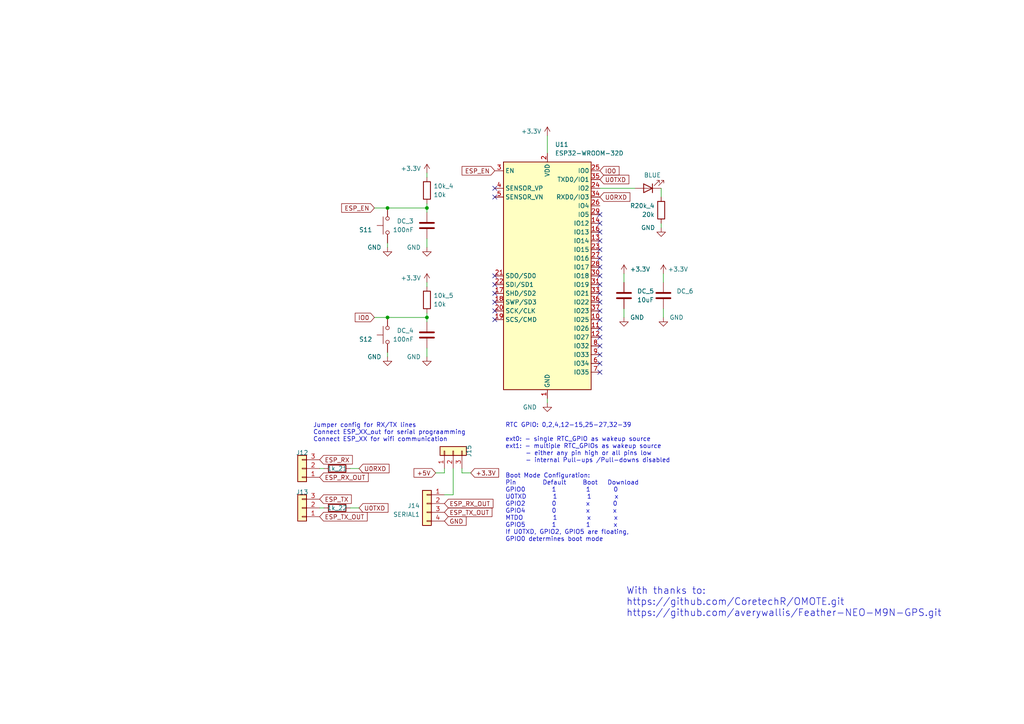
<source format=kicad_sch>
(kicad_sch (version 20231120) (generator "eeschema") (generator_version "8.0")
  (paper "A4")
  (lib_symbols
    (symbol "Connector_Generic:Conn_01x03" (pin_names (offset 1.016) hide)
      (property "Reference" "J" (at 0 5.08 0))
      (property "Value" "Conn_01x03" (at 0 -5.08 0))
      (symbol "Conn_01x03_1_1"
        (rectangle (start -1.27 -2.413) (end 0 -2.667) (stroke (width 0.1524)))
        (rectangle (start -1.27 0.127) (end 0 -0.127) (stroke (width 0.1524)))
        (rectangle (start -1.27 2.667) (end 0 2.413) (stroke (width 0.1524)))
        (rectangle (start -1.27 3.81) (end 1.27 -3.81) (stroke (width 0.254)) (fill (type background)))
        (pin passive line (at -5.08 2.54 0) (length 3.81) (name "Pin_1") (number "1"))
        (pin passive line (at -5.08 0 0) (length 3.81) (name "Pin_2") (number "2"))
        (pin passive line (at -5.08 -2.54 0) (length 3.81) (name "Pin_3") (number "3"))
      )
    )
    (symbol "Connector_Generic:Conn_01x04" (pin_names (offset 1.016) hide)
      (property "Reference" "J" (at 0 5.08 0))
      (property "Value" "Conn_01x04" (at 0 -7.62 0))
      (symbol "Conn_01x04_1_1"
        (rectangle (start -1.27 -4.953) (end 0 -5.207) (stroke (width 0.1524)))
        (rectangle (start -1.27 -2.413) (end 0 -2.667) (stroke (width 0.1524)))
        (rectangle (start -1.27 0.127) (end 0 -0.127) (stroke (width 0.1524)))
        (rectangle (start -1.27 2.667) (end 0 2.413) (stroke (width 0.1524)))
        (rectangle (start -1.27 3.81) (end 1.27 -6.35) (stroke (width 0.254)) (fill (type background)))
        (pin passive line (at -5.08 2.54 0) (length 3.81) (name "Pin_1") (number "1"))
        (pin passive line (at -5.08 0 0) (length 3.81) (name "Pin_2") (number "2"))
        (pin passive line (at -5.08 -2.54 0) (length 3.81) (name "Pin_3") (number "3"))
        (pin passive line (at -5.08 -5.08 0) (length 3.81) (name "Pin_4") (number "4"))
      )
    )
    (symbol "Device:C" (pin_numbers hide) (pin_names (offset 0.254))
      (property "Reference" "C" (at 0.635 2.54 0))
      (property "Value" "C" (at 0.635 -2.54 0))
      (symbol "C_0_1"
        (polyline (pts (xy -2.032 -0.762) (xy 2.032 -0.762)) (stroke (width 0.508)))
        (polyline (pts (xy -2.032 0.762) (xy 2.032 0.762)) (stroke (width 0.508)))
      )
      (symbol "C_1_1"
        (pin passive line (at 0 3.81 270) (length 2.794) (name "~") (number "1"))
        (pin passive line (at 0 -3.81 90) (length 2.794) (name "~") (number "2"))
      )
    )
    (symbol "Device:LED" (pin_numbers hide) (pin_names (offset 1.016) hide)
      (property "Reference" "D" (at 0 2.54 0))
      (property "Value" "LED" (at 0 -2.54 0))
      (symbol "LED_0_1"
        (polyline (pts (xy -1.27 -1.27) (xy -1.27 1.27)) (stroke (width 0.254)))
        (polyline (pts (xy -1.27 0) (xy 1.27 0)))
        (polyline (pts (xy 1.27 -1.27) (xy 1.27 1.27) (xy -1.27 0) (xy 1.27 -1.27)) (stroke (width 0.254)))
        (polyline (pts (xy -3.048 -0.762) (xy -4.572 -2.286) (xy -3.81 -2.286) (xy -4.572 -2.286) (xy -4.572 -1.524)))
        (polyline (pts (xy -1.778 -0.762) (xy -3.302 -2.286) (xy -2.54 -2.286) (xy -3.302 -2.286) (xy -3.302 -1.524)))
      )
      (symbol "LED_1_1"
        (pin passive line (at -3.81 0 0) (length 2.54) (name "K") (number "1"))
        (pin passive line (at 3.81 0 180) (length 2.54) (name "A") (number "2"))
      )
    )
    (symbol "Device:R" (pin_numbers hide) (pin_names (offset 0))
      (property "Reference" "R" (at 2.032 0 90))
      (property "Value" "R" (at 0 0 90))
      (symbol "R_0_1"
        (rectangle (start -1.016 -2.54) (end 1.016 2.54) (stroke (width 0.254)))
      )
      (symbol "R_1_1"
        (pin passive line (at 0 3.81 270) (length 1.27) (name "~") (number "1"))
        (pin passive line (at 0 -3.81 90) (length 1.27) (name "~") (number "2"))
      )
    )
    (symbol "RF_Module:ESP32-WROOM-32D"
      (property "Reference" "U" (at -12.7 34.29 0))
      (property "Value" "ESP32-WROOM-32D" (at 1.27 34.29 0))
      (symbol "ESP32-WROOM-32D_0_1"
        (rectangle (start -12.7 33.02) (end 12.7 -33.02) (stroke (width 0.254)) (fill (type background)))
      )
      (symbol "ESP32-WROOM-32D_1_1"
        (pin power_in line (at 0 -35.56 90) (length 2.54) (name "GND") (number "1"))
        (pin bidirectional line (at 15.24 -12.7 180) (length 2.54) (name "IO25") (number "10"))
        (pin bidirectional line (at 15.24 -15.24 180) (length 2.54) (name "IO26") (number "11"))
        (pin bidirectional line (at 15.24 -17.78 180) (length 2.54) (name "IO27") (number "12"))
        (pin bidirectional line (at 15.24 10.16 180) (length 2.54) (name "IO14") (number "13"))
        (pin bidirectional line (at 15.24 15.24 180) (length 2.54) (name "IO12") (number "14"))
        (pin passive line (at 0 -35.56 90) (length 2.54) hide (name "GND") (number "15"))
        (pin bidirectional line (at 15.24 12.7 180) (length 2.54) (name "IO13") (number "16"))
        (pin bidirectional line (at -15.24 -5.08 0) (length 2.54) (name "SHD/SD2") (number "17"))
        (pin bidirectional line (at -15.24 -7.62 0) (length 2.54) (name "SWP/SD3") (number "18"))
        (pin bidirectional line (at -15.24 -12.7 0) (length 2.54) (name "SCS/CMD") (number "19"))
        (pin power_in line (at 0 35.56 270) (length 2.54) (name "VDD") (number "2"))
        (pin bidirectional line (at -15.24 -10.16 0) (length 2.54) (name "SCK/CLK") (number "20"))
        (pin bidirectional line (at -15.24 0 0) (length 2.54) (name "SDO/SD0") (number "21"))
        (pin bidirectional line (at -15.24 -2.54 0) (length 2.54) (name "SDI/SD1") (number "22"))
        (pin bidirectional line (at 15.24 7.62 180) (length 2.54) (name "IO15") (number "23"))
        (pin bidirectional line (at 15.24 25.4 180) (length 2.54) (name "IO2") (number "24"))
        (pin bidirectional line (at 15.24 30.48 180) (length 2.54) (name "IO0") (number "25"))
        (pin bidirectional line (at 15.24 20.32 180) (length 2.54) (name "IO4") (number "26"))
        (pin bidirectional line (at 15.24 5.08 180) (length 2.54) (name "IO16") (number "27"))
        (pin bidirectional line (at 15.24 2.54 180) (length 2.54) (name "IO17") (number "28"))
        (pin bidirectional line (at 15.24 17.78 180) (length 2.54) (name "IO5") (number "29"))
        (pin input line (at -15.24 30.48 0) (length 2.54) (name "EN") (number "3"))
        (pin bidirectional line (at 15.24 0 180) (length 2.54) (name "IO18") (number "30"))
        (pin bidirectional line (at 15.24 -2.54 180) (length 2.54) (name "IO19") (number "31"))
        (pin no_connect line (at -12.7 -27.94 0) (length 2.54) hide (name "NC") (number "32"))
        (pin bidirectional line (at 15.24 -5.08 180) (length 2.54) (name "IO21") (number "33"))
        (pin bidirectional line (at 15.24 22.86 180) (length 2.54) (name "RXD0/IO3") (number "34"))
        (pin bidirectional line (at 15.24 27.94 180) (length 2.54) (name "TXD0/IO1") (number "35"))
        (pin bidirectional line (at 15.24 -7.62 180) (length 2.54) (name "IO22") (number "36"))
        (pin bidirectional line (at 15.24 -10.16 180) (length 2.54) (name "IO23") (number "37"))
        (pin passive line (at 0 -35.56 90) (length 2.54) hide (name "GND") (number "38"))
        (pin passive line (at 0 -35.56 90) (length 2.54) hide (name "GND") (number "39"))
        (pin input line (at -15.24 25.4 0) (length 2.54) (name "SENSOR_VP") (number "4"))
        (pin input line (at -15.24 22.86 0) (length 2.54) (name "SENSOR_VN") (number "5"))
        (pin input line (at 15.24 -25.4 180) (length 2.54) (name "IO34") (number "6"))
        (pin input line (at 15.24 -27.94 180) (length 2.54) (name "IO35") (number "7"))
        (pin bidirectional line (at 15.24 -20.32 180) (length 2.54) (name "IO32") (number "8"))
        (pin bidirectional line (at 15.24 -22.86 180) (length 2.54) (name "IO33") (number "9"))
      )
    )
    (symbol "SW_Push_11" (pin_numbers hide) (pin_names (offset 1.016) hide)
      (property "Reference" "SW" (at 1.27 2.54 0))
      (property "Value" "SW_Push_11" (at 0 -1.524 0))
      (symbol "SW_Push_11_0_1"
        (circle (center -2.032 0) (radius 0.508))
        (polyline (pts (xy 0 1.27) (xy 0 3.048)))
        (polyline (pts (xy 2.54 1.27) (xy -2.54 1.27)))
        (circle (center 2.032 0) (radius 0.508))
        (pin passive line (at -5.08 0 0) (length 2.54) (name "1") (number "1"))
        (pin passive line (at 5.08 0 180) (length 2.54) (name "2") (number "2"))
      )
    )
    (symbol "power:+3.3V" (power) (pin_names (offset 0))
      (property "Value" "+3.3V" (at 0 3.556 0))
      (symbol "+3.3V_0_1"
        (polyline (pts (xy -0.762 1.27) (xy 0 2.54)))
        (polyline (pts (xy 0 0) (xy 0 2.54)))
        (polyline (pts (xy 0 2.54) (xy 0.762 1.27)))
      )
      (symbol "+3.3V_1_1"
        (pin power_in line (at 0 0 90) (length 0) hide (name "+3.3V") (number "1"))
      )
    )
    (symbol "power:GND" (power) (pin_names (offset 0))
      (property "Value" "GND" (at 0 -3.81 0))
      (symbol "GND_0_1"
        (polyline (pts (xy 0 0) (xy 0 -1.27) (xy 1.27 -1.27) (xy 0 -2.54) (xy -1.27 -1.27) (xy 0 -1.27)))
      )
      (symbol "GND_1_1"
        (pin power_in line (at 0 0 270) (length 0) hide (name "GND") (number "1"))
      )
    )
  )
  (junction (at 112.395 92.075))
  (junction (at 123.825 60.325))
  (junction (at 123.825 92.075))
  (junction (at 112.395 60.325))
  (no_connect (at 173.99 69.85))
  (no_connect (at 173.99 64.77))
  (no_connect (at 143.51 92.71))
  (no_connect (at 173.99 97.79))
  (no_connect (at 143.51 90.17))
  (no_connect (at 143.51 80.01))
  (no_connect (at 173.99 87.63))
  (no_connect (at 173.99 102.87))
  (no_connect (at 173.99 95.25))
  (no_connect (at 173.99 80.01))
  (no_connect (at 143.51 85.09))
  (no_connect (at 143.51 54.61))
  (no_connect (at 173.99 62.23))
  (no_connect (at 173.99 85.09))
  (no_connect (at 173.99 74.93))
  (no_connect (at 173.99 92.71))
  (no_connect (at 173.99 107.95))
  (no_connect (at 173.99 105.41))
  (no_connect (at 173.99 67.31))
  (no_connect (at 143.51 87.63))
  (no_connect (at 143.51 82.55))
  (no_connect (at 173.99 90.17))
  (no_connect (at 173.99 77.47))
  (no_connect (at 173.99 72.39))
  (no_connect (at 173.99 100.33))
  (no_connect (at 143.51 57.15))
  (no_connect (at 173.99 82.55))
  (wire (pts (xy 123.825 90.805) (xy 123.825 92.075)))
  (wire (pts (xy 92.71 135.89) (xy 93.98 135.89)))
  (wire (pts (xy 123.825 60.325) (xy 123.825 61.595)))
  (wire (pts (xy 136.525 137.16) (xy 133.985 137.16)))
  (wire (pts (xy 108.585 92.075) (xy 112.395 92.075)))
  (wire (pts (xy 128.905 143.51) (xy 131.445 143.51)))
  (wire (pts (xy 112.395 92.075) (xy 123.825 92.075)))
  (wire (pts (xy 191.77 66.04) (xy 191.77 64.77)))
  (wire (pts (xy 112.395 103.505) (xy 112.395 102.235)))
  (wire (pts (xy 112.395 71.755) (xy 112.395 70.485)))
  (wire (pts (xy 128.905 137.16) (xy 128.905 135.89)))
  (wire (pts (xy 126.365 137.16) (xy 128.905 137.16)))
  (wire (pts (xy 123.825 92.075) (xy 123.825 93.345)))
  (wire (pts (xy 173.99 54.61) (xy 184.15 54.61)))
  (wire (pts (xy 158.75 39.37) (xy 158.75 44.45)))
  (wire (pts (xy 92.71 147.32) (xy 93.98 147.32)))
  (wire (pts (xy 180.975 89.535) (xy 180.975 92.075)))
  (wire (pts (xy 123.825 71.755) (xy 123.825 69.215)))
  (wire (pts (xy 123.825 81.915) (xy 123.825 83.185)))
  (wire (pts (xy 131.445 135.89) (xy 131.445 143.51)))
  (wire (pts (xy 101.6 147.32) (xy 104.14 147.32)))
  (wire (pts (xy 112.395 60.325) (xy 123.825 60.325)))
  (wire (pts (xy 191.77 54.61) (xy 191.77 57.15)))
  (wire (pts (xy 123.825 50.165) (xy 123.825 51.435)))
  (wire (pts (xy 123.825 59.055) (xy 123.825 60.325)))
  (wire (pts (xy 108.585 60.325) (xy 112.395 60.325)))
  (wire (pts (xy 123.825 103.505) (xy 123.825 100.965)))
  (wire (pts (xy 158.75 116.84) (xy 158.75 115.57)))
  (wire (pts (xy 192.405 81.915) (xy 192.405 79.375)))
  (wire (pts (xy 180.975 81.915) (xy 180.975 79.375)))
  (wire (pts (xy 133.985 137.16) (xy 133.985 135.89)))
  (wire (pts (xy 101.6 135.89) (xy 104.14 135.89)))
  (wire (pts (xy 192.405 89.535) (xy 192.405 92.075)))
  (text "Boot Mode Configuration:\nPin        Default     Boot   Download\nGPIO0        1         1       0\nU0TXD        1         1       x\nGPIO2        0         x       0\nGPIO4        0         x       x\nMTDO         1         x       x\nGPIO5        1         1       x\nIf U0TXD, GPIO2, GPIO5 are floating, \nGPIO0 determines boot mode" (at 146.558 157.226 0) (effects (font (size 1.27 1.27)) (justify left bottom)))
  (text "Jumper config for RX/TX lines \nConnect ESP_XX_out for serial prograamming\nConnect ESP_XX for wifi communication" (at 90.805 128.27 0) (effects (font (size 1.27 1.27)) (justify left bottom)))
  (text "With thanks to:\nhttps://github.com/CoretechR/OMOTE.git\nhttps://github.com/averywallis/Feather-NEO-M9N-GPS.git" (at 181.61 179.07 0) (effects (font (size 2 2)) (justify left bottom)))
  (text "RTC GPIO: 0,2,4,12-15,25-27,32-39\n\next0: - single RTC_GPIO as wakeup source\next1: - multiple RTC_GPIOs as wakeup source\n      - either any pin high or all pins low\n      - internal Pull-ups /Pull-downs disabled\n" (at 146.558 134.366 0) (effects (font (size 1.27 1.27)) (justify left bottom)))
  (global_label "U0TXD" (shape input) (at 104.14 147.32 0) (property "Intersheetrefs" "${INTERSHEET_REFS}" (effects (hide yes))))
  (global_label "ESP_TX_OUT" (shape input) (at 92.71 149.86 0) (property "Intersheetrefs" "${INTERSHEET_REFS}" (effects (hide yes))))
  (global_label "ESP_RX" (shape input) (at 92.71 133.35 0) (property "Intersheetrefs" "${INTERSHEET_REFS}" (effects (hide yes))))
  (global_label "ESP_EN" (shape input) (at 108.585 60.325 180) (property "Intersheetrefs" "${INTERSHEET_REFS}" (effects (hide yes))))
  (global_label "ESP_RX_OUT" (shape input) (at 92.71 138.43 0) (property "Intersheetrefs" "${INTERSHEET_REFS}" (effects (hide yes))))
  (global_label "+5V" (shape input) (at 126.365 137.16 180) (property "Intersheetrefs" "${INTERSHEET_REFS}" (effects (hide yes))))
  (global_label "ESP_RX_OUT" (shape input) (at 128.905 146.05 0) (property "Intersheetrefs" "${INTERSHEET_REFS}" (effects (hide yes))))
  (global_label "ESP_TX_OUT" (shape input) (at 128.905 148.59 0) (property "Intersheetrefs" "${INTERSHEET_REFS}" (effects (hide yes))))
  (global_label "U0RXD" (shape input) (at 173.99 57.15 0) (property "Intersheetrefs" "${INTERSHEET_REFS}" (effects (hide yes))))
  (global_label "U0TXD" (shape input) (at 173.99 52.07 0) (property "Intersheetrefs" "${INTERSHEET_REFS}" (effects (hide yes))))
  (global_label "U0RXD" (shape input) (at 104.14 135.89 0) (property "Intersheetrefs" "${INTERSHEET_REFS}" (effects (hide yes))))
  (global_label "IO0" (shape input) (at 173.99 49.53 0) (property "Intersheetrefs" "${INTERSHEET_REFS}" (effects (hide yes))))
  (global_label "ESP_EN" (shape input) (at 143.51 49.53 180) (property "Intersheetrefs" "${INTERSHEET_REFS}" (effects (hide yes))))
  (global_label "GND" (shape input) (at 128.905 151.13 0) (property "Intersheetrefs" "${INTERSHEET_REFS}" (effects (hide yes))))
  (global_label "+3.3V" (shape input) (at 136.525 137.16 0) (property "Intersheetrefs" "${INTERSHEET_REFS}" (effects (hide yes))))
  (global_label "ESP_TX" (shape input) (at 92.71 144.78 0) (property "Intersheetrefs" "${INTERSHEET_REFS}" (effects (hide yes))))
  (global_label "IO0" (shape input) (at 108.585 92.075 180) (property "Intersheetrefs" "${INTERSHEET_REFS}" (effects (hide yes))))
  (symbol (lib_id "Device:R") (at 97.79 135.89 270) (unit 1)
    (property "Reference" "1k_21" (at 97.79 135.89 90))
    (property "Value" "1k" (effects (hide yes)))
    (property "Footprint" "Resistor_SMD:R_0603_1608Metric" (effects (hide yes)))
    (property "LCSC" "C25804" (effects (hide yes)))
  )
  (symbol (lib_id "Device:R") (at 123.825 86.995 180) (unit 1)
    (property "Reference" "10k_5" (at 125.73 85.7249 0) (effects (justify right)))
    (property "Value" "10k" (at 125.73 88.2649 0) (effects (justify right)))
    (property "Footprint" "Resistor_SMD:R_0603_1608Metric" (effects (hide yes)))
    (property "LCSC" "C25804" (effects (hide yes)))
  )
  (symbol (lib_id "power:GND") (at 191.77 66.04 0) (unit 1)
    (property "Reference" "#PWR023" (effects (hide yes)))
    (property "Value" "GND" (at 187.96 66.04 0))
  )
  (symbol (lib_id "power:+3.3V") (at 158.75 39.37 0) (unit 1)
    (property "Reference" "#PWR019" (effects (hide yes)))
    (property "Value" "+3.3V" (at 151.13 38.1 0) (effects (justify left)))
  )
  (symbol (lib_id "power:+3.3V") (at 123.825 81.915 0) (unit 1)
    (property "Reference" "#PWR017" (effects (hide yes)))
    (property "Value" "+3.3V" (at 116.205 80.645 0) (effects (justify left)))
  )
  (symbol (lib_id "power:GND") (at 112.395 71.755 0) (unit 1)
    (property "Reference" "#PWR013" (effects (hide yes)))
    (property "Value" "GND" (at 108.585 71.755 0))
  )
  (symbol (lib_id "Device:R") (at 97.79 147.32 270) (unit 1)
    (property "Reference" "1k_22" (at 97.79 147.32 90))
    (property "Value" "1k" (effects (hide yes)))
    (property "Footprint" "Resistor_SMD:R_0603_1608Metric" (effects (hide yes)))
    (property "LCSC" "C25804" (effects (hide yes)))
  )
  (symbol (lib_id "Connector_Generic:Conn_01x03") (at 131.445 130.81 90) (unit 1) (in_bom no)
    (property "Reference" "J15" (at 136.017 130.81 0))
    (property "Value" "Conn_01x03" (effects (hide yes)))
    (property "Footprint" "Connector_PinHeader_2.54mm:PinHeader_1x03_P2.54mm_Vertical" (effects (hide yes)))
  )
  (symbol (lib_id "power:+3.3V") (at 192.405 79.375 0) (unit 1)
    (property "Reference" "#PWR024" (effects (hide yes)))
    (property "Value" "+3.3V" (at 193.675 78.105 0) (effects (justify left)))
  )
  (symbol (lib_id "power:GND") (at 112.395 103.505 0) (unit 1)
    (property "Reference" "#PWR014" (effects (hide yes)))
    (property "Value" "GND" (at 108.585 103.505 0))
  )
  (symbol (lib_id "power:GND") (at 123.825 71.755 0) (unit 1)
    (property "Reference" "#PWR016" (effects (hide yes)))
    (property "Value" "GND" (at 120.015 71.755 0))
  )
  (symbol (lib_id "Device:C") (at 123.825 97.155 0) (mirror x) (unit 1)
    (property "Reference" "DC_4" (at 120.015 95.8849 0) (effects (justify right)))
    (property "Value" "100nF" (at 120.015 98.4249 0) (effects (justify right)))
    (property "Footprint" "Capacitor_SMD:C_0603_1608Metric" (effects (hide yes)))
    (property "LCSC" "C14663" (effects (hide yes)))
  )
  (symbol (lib_name "SW_Push_11") (lib_id "Switch:SW_Push") (at 112.395 65.405 90) (unit 1)
    (property "Reference" "S11" (at 106.045 66.675 90))
    (property "Value" "TL3342F160QG" (effects (hide yes)))
    (property "Footprint" "Button_Switch_SMD:SW_Push_SPST_NO_Alps_SKRK" (effects (hide yes)))
    (property "MANUFACTURER" "E SWITCH" (effects (hide yes)))
    (property "LCSC" "C318884" (effects (hide yes)))
  )
  (symbol (lib_id "RF_Module:ESP32-WROOM-32D") (at 158.75 80.01 0) (unit 1)
    (property "Reference" "U11" (at 160.9441 41.91 0) (effects (justify left)))
    (property "Value" "ESP32-WROOM-32D" (at 160.9441 44.45 0) (effects (justify left)))
    (property "Footprint" "RF_Module:ESP32-WROOM-32D" (effects (hide yes)))
    (property "Datasheet" "https://www.espressif.com/sites/default/files/documentation/esp32-wroom-32d_esp32-wroom-32u_datasheet_en.pdf" (effects (hide yes)))
    (property "LCSC" "C529578" (effects (hide yes)))
  )
  (symbol (lib_id "Connector_Generic:Conn_01x03") (at 87.63 135.89 180) (unit 1) (in_bom no)
    (property "Reference" "J12" (at 87.63 131.318 0))
    (property "Value" "Conn_01x03" (effects (hide yes)))
    (property "Footprint" "Connector_PinHeader_2.54mm:PinHeader_1x03_P2.54mm_Vertical" (effects (hide yes)))
  )
  (symbol (lib_id "Device:LED") (at 187.96 54.61 180) (unit 1)
    (property "Reference" "D_BLU2" (effects (hide yes)))
    (property "Value" "BLUE" (at 189.23 50.8 0))
    (property "Footprint" "LED_SMD:LED_0603_1608Metric" (effects (hide yes)))
    (property "LCSC" "C72041" (effects (hide yes)))
  )
  (symbol (lib_id "power:+3.3V") (at 123.825 50.165 0) (unit 1)
    (property "Reference" "#PWR015" (effects (hide yes)))
    (property "Value" "+3.3V" (at 116.205 48.895 0) (effects (justify left)))
  )
  (symbol (lib_id "Device:R") (at 123.825 55.245 180) (unit 1)
    (property "Reference" "10k_4" (at 125.73 53.9749 0) (effects (justify right)))
    (property "Value" "10k" (at 125.73 56.5149 0) (effects (justify right)))
    (property "Footprint" "Resistor_SMD:R_0603_1608Metric" (effects (hide yes)))
    (property "LCSC" "C25804" (effects (hide yes)))
  )
  (symbol (lib_id "power:+3.3V") (at 180.975 79.375 0) (mirror y) (unit 1)
    (property "Reference" "#PWR021" (effects (hide yes)))
    (property "Value" "+3.3V" (at 188.595 78.105 0) (effects (justify left)))
  )
  (symbol (lib_id "Device:C") (at 123.825 65.405 0) (mirror x) (unit 1)
    (property "Reference" "DC_3" (at 120.015 64.1349 0) (effects (justify right)))
    (property "Value" "100nF" (at 120.015 66.6749 0) (effects (justify right)))
    (property "Footprint" "Capacitor_SMD:C_0603_1608Metric" (effects (hide yes)))
    (property "LCSC" "C14663" (effects (hide yes)))
  )
  (symbol (lib_id "power:GND") (at 158.75 116.84 0) (unit 1)
    (property "Reference" "#PWR020" (effects (hide yes)))
    (property "Value" "GND" (at 153.67 118.11 0))
  )
  (symbol (lib_id "power:GND") (at 180.975 92.075 0) (mirror y) (unit 1)
    (property "Reference" "#PWR022" (effects (hide yes)))
    (property "Value" "GND" (at 184.785 92.075 0))
  )
  (symbol (lib_id "Connector_Generic:Conn_01x04") (at 123.825 146.05 0) (mirror y) (unit 1) (in_bom no)
    (property "Reference" "J14" (at 121.793 146.685 0) (effects (justify left)))
    (property "Value" "SERIAL1" (at 121.793 149.225 0) (effects (justify left)))
    (property "Footprint" "Connector_PinHeader_2.54mm:PinHeader_1x04_P2.54mm_Vertical" (effects (hide yes)))
  )
  (symbol (lib_id "Device:C") (at 180.975 85.725 180) (unit 1)
    (property "Reference" "DC_5" (at 184.785 84.4549 0) (effects (justify right)))
    (property "Value" "10uF" (at 184.785 86.9949 0) (effects (justify right)))
    (property "Footprint" "Capacitor_SMD:C_0805_2012Metric" (effects (hide yes)))
    (property "LCSC" "C15850" (effects (hide yes)))
  )
  (symbol (lib_id "power:GND") (at 123.825 103.505 0) (unit 1)
    (property "Reference" "#PWR018" (effects (hide yes)))
    (property "Value" "GND" (at 120.015 103.505 0))
  )
  (symbol (lib_id "Connector_Generic:Conn_01x03") (at 87.63 147.32 180) (unit 1) (in_bom no)
    (property "Reference" "J13" (at 87.63 142.748 0))
    (property "Value" "Conn_01x03" (effects (hide yes)))
    (property "Footprint" "Connector_PinHeader_2.54mm:PinHeader_1x03_P2.54mm_Vertical" (effects (hide yes)))
  )
  (symbol (lib_id "Device:C") (at 192.405 85.725 0) (unit 1)
    (property "Reference" "DC_6" (at 196.215 84.4549 0) (effects (justify left)))
    (property "Value" "100nF" (effects (hide yes)))
    (property "Footprint" "Capacitor_SMD:C_0603_1608Metric" (effects (hide yes)))
    (property "LCSC" "C14663" (effects (hide yes)))
  )
  (symbol (lib_id "Device:R") (at 191.77 60.96 0) (mirror x) (unit 1)
    (property "Reference" "R20k_4" (at 189.865 59.6899 0) (effects (justify right)))
    (property "Value" "20k" (at 189.865 62.2299 0) (effects (justify right)))
    (property "Footprint" "Resistor_SMD:R_0603_1608Metric" (effects (hide yes)))
    (property "LCSC" "C4184" (effects (hide yes)))
  )
  (symbol (lib_name "SW_Push_11") (lib_id "Switch:SW_Push") (at 112.395 97.155 90) (unit 1)
    (property "Reference" "S12" (at 106.045 98.425 90))
    (property "Value" "TL3342F160QG" (effects (hide yes)))
    (property "Footprint" "Button_Switch_SMD:SW_Push_SPST_NO_Alps_SKRK" (effects (hide yes)))
    (property "MANUFACTURER" "E SWITCH" (effects (hide yes)))
    (property "LCSC" "C318884" (effects (hide yes)))
  )
  (symbol (lib_id "power:GND") (at 192.405 92.075 0) (unit 1)
    (property "Reference" "#PWR025" (effects (hide yes)))
    (property "Value" "GND" (at 196.215 92.075 0))
  )
)
</source>
